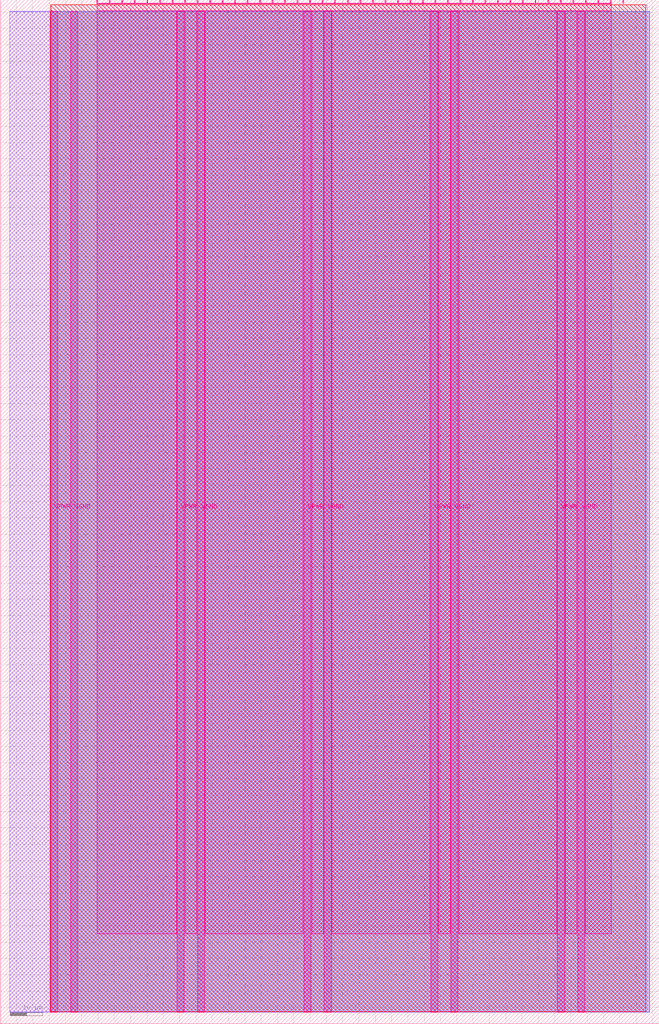
<source format=lef>
VERSION 5.7 ;
  NOWIREEXTENSIONATPIN ON ;
  DIVIDERCHAR "/" ;
  BUSBITCHARS "[]" ;
MACRO tt_um_rtfb_collatz
  CLASS BLOCK ;
  FOREIGN tt_um_rtfb_collatz ;
  ORIGIN 0.000 0.000 ;
  SIZE 202.080 BY 313.740 ;
  PIN VGND
    DIRECTION INOUT ;
    USE GROUND ;
    PORT
      LAYER Metal5 ;
        RECT 21.580 3.560 23.780 310.180 ;
    END
    PORT
      LAYER Metal5 ;
        RECT 60.450 3.560 62.650 310.180 ;
    END
    PORT
      LAYER Metal5 ;
        RECT 99.320 3.560 101.520 310.180 ;
    END
    PORT
      LAYER Metal5 ;
        RECT 138.190 3.560 140.390 310.180 ;
    END
    PORT
      LAYER Metal5 ;
        RECT 177.060 3.560 179.260 310.180 ;
    END
  END VGND
  PIN VPWR
    DIRECTION INOUT ;
    USE POWER ;
    PORT
      LAYER Metal5 ;
        RECT 15.380 3.560 17.580 310.180 ;
    END
    PORT
      LAYER Metal5 ;
        RECT 54.250 3.560 56.450 310.180 ;
    END
    PORT
      LAYER Metal5 ;
        RECT 93.120 3.560 95.320 310.180 ;
    END
    PORT
      LAYER Metal5 ;
        RECT 131.990 3.560 134.190 310.180 ;
    END
    PORT
      LAYER Metal5 ;
        RECT 170.860 3.560 173.060 310.180 ;
    END
  END VPWR
  PIN clk
    DIRECTION INPUT ;
    USE SIGNAL ;
    ANTENNAGATEAREA 2.038400 ;
    ANTENNADIFFAREA 6.046200 ;
    PORT
      LAYER Metal5 ;
        RECT 187.050 312.740 187.350 313.740 ;
    END
  END clk
  PIN ena
    DIRECTION INPUT ;
    USE SIGNAL ;
    PORT
      LAYER Metal5 ;
        RECT 190.890 312.740 191.190 313.740 ;
    END
  END ena
  PIN rst_n
    DIRECTION INPUT ;
    USE SIGNAL ;
    ANTENNAGATEAREA 0.213200 ;
    PORT
      LAYER Metal5 ;
        RECT 183.210 312.740 183.510 313.740 ;
    END
  END rst_n
  PIN ui_in[0]
    DIRECTION INPUT ;
    USE SIGNAL ;
    ANTENNAGATEAREA 0.629200 ;
    PORT
      LAYER Metal5 ;
        RECT 179.370 312.740 179.670 313.740 ;
    END
  END ui_in[0]
  PIN ui_in[1]
    DIRECTION INPUT ;
    USE SIGNAL ;
    ANTENNAGATEAREA 0.938600 ;
    PORT
      LAYER Metal5 ;
        RECT 175.530 312.740 175.830 313.740 ;
    END
  END ui_in[1]
  PIN ui_in[2]
    DIRECTION INPUT ;
    USE SIGNAL ;
    ANTENNAGATEAREA 0.527800 ;
    PORT
      LAYER Metal5 ;
        RECT 171.690 312.740 171.990 313.740 ;
    END
  END ui_in[2]
  PIN ui_in[3]
    DIRECTION INPUT ;
    USE SIGNAL ;
    ANTENNAGATEAREA 1.040000 ;
    PORT
      LAYER Metal5 ;
        RECT 167.850 312.740 168.150 313.740 ;
    END
  END ui_in[3]
  PIN ui_in[4]
    DIRECTION INPUT ;
    USE SIGNAL ;
    ANTENNAGATEAREA 1.040000 ;
    PORT
      LAYER Metal5 ;
        RECT 164.010 312.740 164.310 313.740 ;
    END
  END ui_in[4]
  PIN ui_in[5]
    DIRECTION INPUT ;
    USE SIGNAL ;
    ANTENNAGATEAREA 1.040000 ;
    PORT
      LAYER Metal5 ;
        RECT 160.170 312.740 160.470 313.740 ;
    END
  END ui_in[5]
  PIN ui_in[6]
    DIRECTION INPUT ;
    USE SIGNAL ;
    ANTENNAGATEAREA 1.040000 ;
    PORT
      LAYER Metal5 ;
        RECT 156.330 312.740 156.630 313.740 ;
    END
  END ui_in[6]
  PIN ui_in[7]
    DIRECTION INPUT ;
    USE SIGNAL ;
    ANTENNAGATEAREA 0.527800 ;
    PORT
      LAYER Metal5 ;
        RECT 152.490 312.740 152.790 313.740 ;
    END
  END ui_in[7]
  PIN uio_in[0]
    DIRECTION INPUT ;
    USE SIGNAL ;
    ANTENNAGATEAREA 0.213200 ;
    PORT
      LAYER Metal5 ;
        RECT 148.650 312.740 148.950 313.740 ;
    END
  END uio_in[0]
  PIN uio_in[1]
    DIRECTION INPUT ;
    USE SIGNAL ;
    ANTENNAGATEAREA 0.314600 ;
    PORT
      LAYER Metal5 ;
        RECT 144.810 312.740 145.110 313.740 ;
    END
  END uio_in[1]
  PIN uio_in[2]
    DIRECTION INPUT ;
    USE SIGNAL ;
    ANTENNAGATEAREA 0.213200 ;
    PORT
      LAYER Metal5 ;
        RECT 140.970 312.740 141.270 313.740 ;
    END
  END uio_in[2]
  PIN uio_in[3]
    DIRECTION INPUT ;
    USE SIGNAL ;
    ANTENNAGATEAREA 0.213200 ;
    PORT
      LAYER Metal5 ;
        RECT 137.130 312.740 137.430 313.740 ;
    END
  END uio_in[3]
  PIN uio_in[4]
    DIRECTION INPUT ;
    USE SIGNAL ;
    ANTENNAGATEAREA 0.213200 ;
    PORT
      LAYER Metal5 ;
        RECT 133.290 312.740 133.590 313.740 ;
    END
  END uio_in[4]
  PIN uio_in[5]
    DIRECTION INPUT ;
    USE SIGNAL ;
    ANTENNAGATEAREA 0.314600 ;
    PORT
      LAYER Metal5 ;
        RECT 129.450 312.740 129.750 313.740 ;
    END
  END uio_in[5]
  PIN uio_in[6]
    DIRECTION INPUT ;
    USE SIGNAL ;
    ANTENNAGATEAREA 0.213200 ;
    PORT
      LAYER Metal5 ;
        RECT 125.610 312.740 125.910 313.740 ;
    END
  END uio_in[6]
  PIN uio_in[7]
    DIRECTION INPUT ;
    USE SIGNAL ;
    ANTENNAGATEAREA 0.213200 ;
    PORT
      LAYER Metal5 ;
        RECT 121.770 312.740 122.070 313.740 ;
    END
  END uio_in[7]
  PIN uio_oe[0]
    DIRECTION OUTPUT ;
    USE SIGNAL ;
    ANTENNADIFFAREA 0.299200 ;
    PORT
      LAYER Metal5 ;
        RECT 56.490 312.740 56.790 313.740 ;
    END
  END uio_oe[0]
  PIN uio_oe[1]
    DIRECTION OUTPUT ;
    USE SIGNAL ;
    ANTENNADIFFAREA 0.299200 ;
    PORT
      LAYER Metal5 ;
        RECT 52.650 312.740 52.950 313.740 ;
    END
  END uio_oe[1]
  PIN uio_oe[2]
    DIRECTION OUTPUT ;
    USE SIGNAL ;
    ANTENNADIFFAREA 0.299200 ;
    PORT
      LAYER Metal5 ;
        RECT 48.810 312.740 49.110 313.740 ;
    END
  END uio_oe[2]
  PIN uio_oe[3]
    DIRECTION OUTPUT ;
    USE SIGNAL ;
    ANTENNADIFFAREA 0.299200 ;
    PORT
      LAYER Metal5 ;
        RECT 44.970 312.740 45.270 313.740 ;
    END
  END uio_oe[3]
  PIN uio_oe[4]
    DIRECTION OUTPUT ;
    USE SIGNAL ;
    ANTENNADIFFAREA 0.299200 ;
    PORT
      LAYER Metal5 ;
        RECT 41.130 312.740 41.430 313.740 ;
    END
  END uio_oe[4]
  PIN uio_oe[5]
    DIRECTION OUTPUT ;
    USE SIGNAL ;
    ANTENNADIFFAREA 0.299200 ;
    PORT
      LAYER Metal5 ;
        RECT 37.290 312.740 37.590 313.740 ;
    END
  END uio_oe[5]
  PIN uio_oe[6]
    DIRECTION OUTPUT ;
    USE SIGNAL ;
    ANTENNADIFFAREA 0.299200 ;
    PORT
      LAYER Metal5 ;
        RECT 33.450 312.740 33.750 313.740 ;
    END
  END uio_oe[6]
  PIN uio_oe[7]
    DIRECTION OUTPUT ;
    USE SIGNAL ;
    ANTENNADIFFAREA 0.654800 ;
    PORT
      LAYER Metal5 ;
        RECT 29.610 312.740 29.910 313.740 ;
    END
  END uio_oe[7]
  PIN uio_out[0]
    DIRECTION OUTPUT ;
    USE SIGNAL ;
    ANTENNADIFFAREA 0.299200 ;
    PORT
      LAYER Metal5 ;
        RECT 87.210 312.740 87.510 313.740 ;
    END
  END uio_out[0]
  PIN uio_out[1]
    DIRECTION OUTPUT ;
    USE SIGNAL ;
    ANTENNADIFFAREA 0.299200 ;
    PORT
      LAYER Metal5 ;
        RECT 83.370 312.740 83.670 313.740 ;
    END
  END uio_out[1]
  PIN uio_out[2]
    DIRECTION OUTPUT ;
    USE SIGNAL ;
    ANTENNADIFFAREA 0.299200 ;
    PORT
      LAYER Metal5 ;
        RECT 79.530 312.740 79.830 313.740 ;
    END
  END uio_out[2]
  PIN uio_out[3]
    DIRECTION OUTPUT ;
    USE SIGNAL ;
    ANTENNADIFFAREA 0.299200 ;
    PORT
      LAYER Metal5 ;
        RECT 75.690 312.740 75.990 313.740 ;
    END
  END uio_out[3]
  PIN uio_out[4]
    DIRECTION OUTPUT ;
    USE SIGNAL ;
    ANTENNADIFFAREA 0.299200 ;
    PORT
      LAYER Metal5 ;
        RECT 71.850 312.740 72.150 313.740 ;
    END
  END uio_out[4]
  PIN uio_out[5]
    DIRECTION OUTPUT ;
    USE SIGNAL ;
    ANTENNADIFFAREA 0.299200 ;
    PORT
      LAYER Metal5 ;
        RECT 68.010 312.740 68.310 313.740 ;
    END
  END uio_out[5]
  PIN uio_out[6]
    DIRECTION OUTPUT ;
    USE SIGNAL ;
    ANTENNADIFFAREA 0.299200 ;
    PORT
      LAYER Metal5 ;
        RECT 64.170 312.740 64.470 313.740 ;
    END
  END uio_out[6]
  PIN uio_out[7]
    DIRECTION OUTPUT ;
    USE SIGNAL ;
    ANTENNADIFFAREA 0.706800 ;
    PORT
      LAYER Metal5 ;
        RECT 60.330 312.740 60.630 313.740 ;
    END
  END uio_out[7]
  PIN uo_out[0]
    DIRECTION OUTPUT ;
    USE SIGNAL ;
    ANTENNAGATEAREA 0.109200 ;
    ANTENNADIFFAREA 0.632400 ;
    PORT
      LAYER Metal5 ;
        RECT 117.930 312.740 118.230 313.740 ;
    END
  END uo_out[0]
  PIN uo_out[1]
    DIRECTION OUTPUT ;
    USE SIGNAL ;
    ANTENNAGATEAREA 0.109200 ;
    ANTENNADIFFAREA 0.632400 ;
    PORT
      LAYER Metal5 ;
        RECT 114.090 312.740 114.390 313.740 ;
    END
  END uo_out[1]
  PIN uo_out[2]
    DIRECTION OUTPUT ;
    USE SIGNAL ;
    ANTENNAGATEAREA 0.109200 ;
    ANTENNADIFFAREA 0.632400 ;
    PORT
      LAYER Metal5 ;
        RECT 110.250 312.740 110.550 313.740 ;
    END
  END uo_out[2]
  PIN uo_out[3]
    DIRECTION OUTPUT ;
    USE SIGNAL ;
    ANTENNAGATEAREA 0.109200 ;
    ANTENNADIFFAREA 0.632400 ;
    PORT
      LAYER Metal5 ;
        RECT 106.410 312.740 106.710 313.740 ;
    END
  END uo_out[3]
  PIN uo_out[4]
    DIRECTION OUTPUT ;
    USE SIGNAL ;
    ANTENNAGATEAREA 0.109200 ;
    ANTENNADIFFAREA 0.632400 ;
    PORT
      LAYER Metal5 ;
        RECT 102.570 312.740 102.870 313.740 ;
    END
  END uo_out[4]
  PIN uo_out[5]
    DIRECTION OUTPUT ;
    USE SIGNAL ;
    ANTENNAGATEAREA 0.109200 ;
    ANTENNADIFFAREA 0.632400 ;
    PORT
      LAYER Metal5 ;
        RECT 98.730 312.740 99.030 313.740 ;
    END
  END uo_out[5]
  PIN uo_out[6]
    DIRECTION OUTPUT ;
    USE SIGNAL ;
    ANTENNAGATEAREA 0.109200 ;
    ANTENNADIFFAREA 0.632400 ;
    PORT
      LAYER Metal5 ;
        RECT 94.890 312.740 95.190 313.740 ;
    END
  END uo_out[6]
  PIN uo_out[7]
    DIRECTION OUTPUT ;
    USE SIGNAL ;
    ANTENNAGATEAREA 0.109200 ;
    ANTENNADIFFAREA 0.632400 ;
    PORT
      LAYER Metal5 ;
        RECT 91.050 312.740 91.350 313.740 ;
    END
  END uo_out[7]
  OBS
      LAYER GatPoly ;
        RECT 2.880 3.630 199.200 310.110 ;
      LAYER Metal1 ;
        RECT 2.880 3.560 199.200 310.180 ;
      LAYER Metal2 ;
        RECT 15.515 3.680 198.995 310.060 ;
      LAYER Metal3 ;
        RECT 15.560 3.635 198.340 312.205 ;
      LAYER Metal4 ;
        RECT 15.515 3.680 197.905 312.160 ;
      LAYER Metal5 ;
        RECT 30.120 312.530 33.240 312.740 ;
        RECT 33.960 312.530 37.080 312.740 ;
        RECT 37.800 312.530 40.920 312.740 ;
        RECT 41.640 312.530 44.760 312.740 ;
        RECT 45.480 312.530 48.600 312.740 ;
        RECT 49.320 312.530 52.440 312.740 ;
        RECT 53.160 312.530 56.280 312.740 ;
        RECT 57.000 312.530 60.120 312.740 ;
        RECT 60.840 312.530 63.960 312.740 ;
        RECT 64.680 312.530 67.800 312.740 ;
        RECT 68.520 312.530 71.640 312.740 ;
        RECT 72.360 312.530 75.480 312.740 ;
        RECT 76.200 312.530 79.320 312.740 ;
        RECT 80.040 312.530 83.160 312.740 ;
        RECT 83.880 312.530 87.000 312.740 ;
        RECT 87.720 312.530 90.840 312.740 ;
        RECT 91.560 312.530 94.680 312.740 ;
        RECT 95.400 312.530 98.520 312.740 ;
        RECT 99.240 312.530 102.360 312.740 ;
        RECT 103.080 312.530 106.200 312.740 ;
        RECT 106.920 312.530 110.040 312.740 ;
        RECT 110.760 312.530 113.880 312.740 ;
        RECT 114.600 312.530 117.720 312.740 ;
        RECT 118.440 312.530 121.560 312.740 ;
        RECT 122.280 312.530 125.400 312.740 ;
        RECT 126.120 312.530 129.240 312.740 ;
        RECT 129.960 312.530 133.080 312.740 ;
        RECT 133.800 312.530 136.920 312.740 ;
        RECT 137.640 312.530 140.760 312.740 ;
        RECT 141.480 312.530 144.600 312.740 ;
        RECT 145.320 312.530 148.440 312.740 ;
        RECT 149.160 312.530 152.280 312.740 ;
        RECT 153.000 312.530 156.120 312.740 ;
        RECT 156.840 312.530 159.960 312.740 ;
        RECT 160.680 312.530 163.800 312.740 ;
        RECT 164.520 312.530 167.640 312.740 ;
        RECT 168.360 312.530 171.480 312.740 ;
        RECT 172.200 312.530 175.320 312.740 ;
        RECT 176.040 312.530 179.160 312.740 ;
        RECT 179.880 312.530 183.000 312.740 ;
        RECT 183.720 312.530 186.840 312.740 ;
        RECT 29.660 310.390 187.300 312.530 ;
        RECT 29.660 27.575 54.040 310.390 ;
        RECT 56.660 27.575 60.240 310.390 ;
        RECT 62.860 27.575 92.910 310.390 ;
        RECT 95.530 27.575 99.110 310.390 ;
        RECT 101.730 27.575 131.780 310.390 ;
        RECT 134.400 27.575 137.980 310.390 ;
        RECT 140.600 27.575 170.650 310.390 ;
        RECT 173.270 27.575 176.850 310.390 ;
        RECT 179.470 27.575 187.300 310.390 ;
  END
END tt_um_rtfb_collatz
END LIBRARY


</source>
